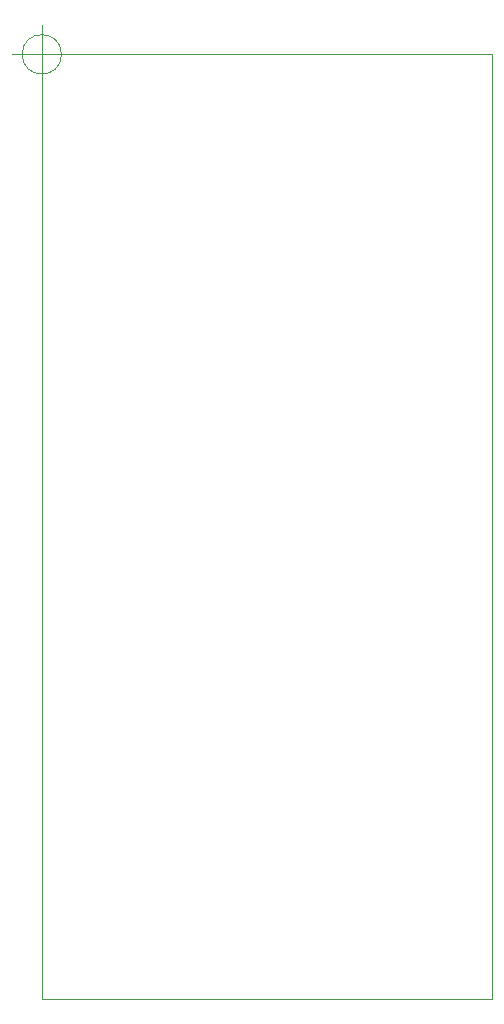
<source format=gbr>
G04 #@! TF.GenerationSoftware,KiCad,Pcbnew,5.1.5+dfsg1-2build2*
G04 #@! TF.CreationDate,2021-03-14T02:46:22+03:00*
G04 #@! TF.ProjectId,grbl-db25,6772626c-2d64-4623-9235-2e6b69636164,rev?*
G04 #@! TF.SameCoordinates,PX66f2fb0PY5e78920*
G04 #@! TF.FileFunction,Profile,NP*
%FSLAX46Y46*%
G04 Gerber Fmt 4.6, Leading zero omitted, Abs format (unit mm)*
G04 Created by KiCad (PCBNEW 5.1.5+dfsg1-2build2) date 2021-03-14 02:46:22*
%MOMM*%
%LPD*%
G04 APERTURE LIST*
%ADD10C,0.050000*%
G04 APERTURE END LIST*
D10*
X38100000Y0D02*
X0Y0D01*
X38100000Y-80010000D02*
X38100000Y0D01*
X0Y-80010000D02*
X38100000Y-80010000D01*
X0Y0D02*
X0Y-80010000D01*
X1666666Y0D02*
G75*
G03X1666666Y0I-1666666J0D01*
G01*
X-2500000Y0D02*
X2500000Y0D01*
X0Y2500000D02*
X0Y-2500000D01*
M02*

</source>
